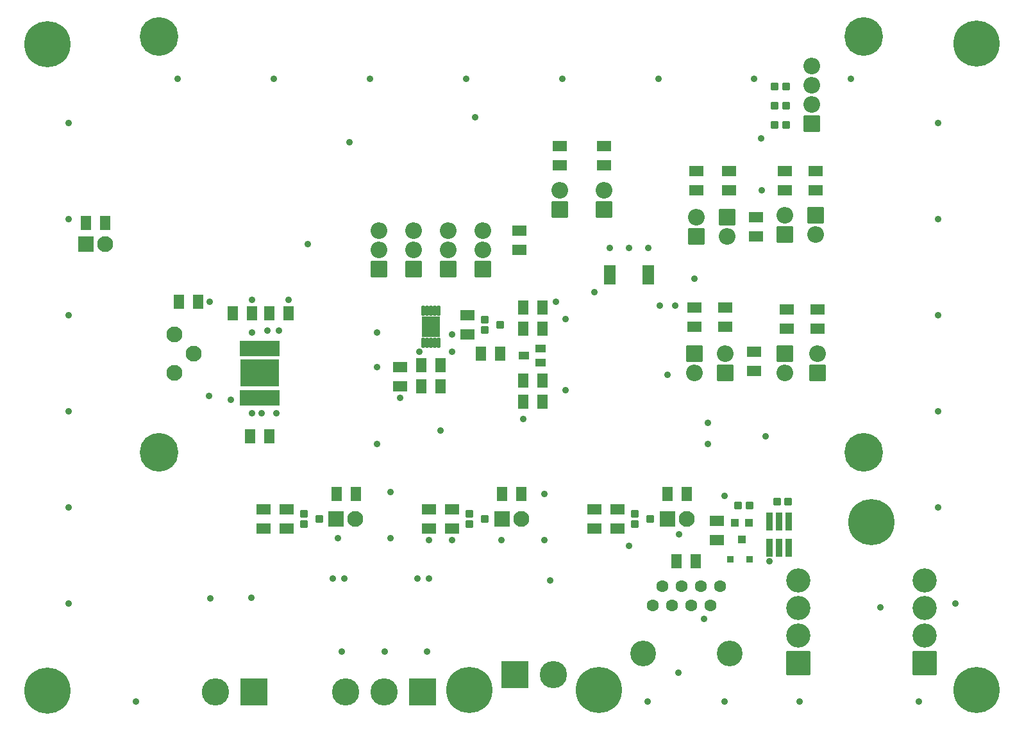
<source format=gts>
G04 #@! TF.GenerationSoftware,KiCad,Pcbnew,7.0.9*
G04 #@! TF.CreationDate,2023-12-23T18:10:07+01:00*
G04 #@! TF.ProjectId,signalization-by-fireplace,7369676e-616c-4697-9a61-74696f6e2d62,v2.0*
G04 #@! TF.SameCoordinates,Original*
G04 #@! TF.FileFunction,Soldermask,Top*
G04 #@! TF.FilePolarity,Negative*
%FSLAX46Y46*%
G04 Gerber Fmt 4.6, Leading zero omitted, Abs format (unit mm)*
G04 Created by KiCad (PCBNEW 7.0.9) date 2023-12-23 18:10:07*
%MOMM*%
%LPD*%
G01*
G04 APERTURE LIST*
G04 Aperture macros list*
%AMRoundRect*
0 Rectangle with rounded corners*
0 $1 Rounding radius*
0 $2 $3 $4 $5 $6 $7 $8 $9 X,Y pos of 4 corners*
0 Add a 4 corners polygon primitive as box body*
4,1,4,$2,$3,$4,$5,$6,$7,$8,$9,$2,$3,0*
0 Add four circle primitives for the rounded corners*
1,1,$1+$1,$2,$3*
1,1,$1+$1,$4,$5*
1,1,$1+$1,$6,$7*
1,1,$1+$1,$8,$9*
0 Add four rect primitives between the rounded corners*
20,1,$1+$1,$2,$3,$4,$5,0*
20,1,$1+$1,$4,$5,$6,$7,0*
20,1,$1+$1,$6,$7,$8,$9,0*
20,1,$1+$1,$8,$9,$2,$3,0*%
%AMFreePoly0*
4,1,13,0.685355,0.935355,0.700000,0.900000,0.700000,-0.900000,0.685355,-0.935355,0.650000,-0.950000,-0.650000,-0.950000,-0.685355,-0.935355,-0.700000,-0.900000,-0.700000,0.900000,-0.685355,0.935355,-0.650000,0.950000,0.650000,0.950000,0.685355,0.935355,0.685355,0.935355,$1*%
G04 Aperture macros list end*
%ADD10RoundRect,0.050000X0.175000X-0.600000X0.175000X0.600000X-0.175000X0.600000X-0.175000X-0.600000X0*%
%ADD11RoundRect,0.050000X1.150000X-1.300000X1.150000X1.300000X-1.150000X1.300000X-1.150000X-1.300000X0*%
%ADD12C,6.100000*%
%ADD13RoundRect,0.050000X1.050000X1.050000X-1.050000X1.050000X-1.050000X-1.050000X1.050000X-1.050000X0*%
%ADD14O,2.200000X2.200000*%
%ADD15RoundRect,0.050000X-1.050000X-1.050000X1.050000X-1.050000X1.050000X1.050000X-1.050000X1.050000X0*%
%ADD16RoundRect,0.050000X-0.750000X-0.175000X0.750000X-0.175000X0.750000X0.175000X-0.750000X0.175000X0*%
%ADD17C,5.100000*%
%ADD18FreePoly0,0.000000*%
%ADD19FreePoly0,90.000000*%
%ADD20FreePoly0,180.000000*%
%ADD21RoundRect,0.050000X-1.750000X-1.750000X1.750000X-1.750000X1.750000X1.750000X-1.750000X1.750000X0*%
%ADD22C,3.600000*%
%ADD23O,3.600000X3.600000*%
%ADD24RoundRect,0.050000X-0.450000X0.450000X-0.450000X-0.450000X0.450000X-0.450000X0.450000X0.450000X0*%
%ADD25FreePoly0,270.000000*%
%ADD26RoundRect,0.050000X0.650000X0.500000X-0.650000X0.500000X-0.650000X-0.500000X0.650000X-0.500000X0*%
%ADD27RoundRect,0.050000X0.250000X-1.000000X0.250000X1.000000X-0.250000X1.000000X-0.250000X-1.000000X0*%
%ADD28RoundRect,0.050000X2.500000X-1.700000X2.500000X1.700000X-2.500000X1.700000X-2.500000X-1.700000X0*%
%ADD29C,3.400000*%
%ADD30C,1.600000*%
%ADD31RoundRect,0.050000X0.450000X0.450000X-0.450000X0.450000X-0.450000X-0.450000X0.450000X-0.450000X0*%
%ADD32RoundRect,0.050000X-0.400000X1.100000X-0.400000X-1.100000X0.400000X-1.100000X0.400000X1.100000X0*%
%ADD33RoundRect,0.050000X1.550000X1.550000X-1.550000X1.550000X-1.550000X-1.550000X1.550000X-1.550000X0*%
%ADD34O,3.200000X3.200000*%
%ADD35RoundRect,0.050000X-0.400000X-0.400000X0.400000X-0.400000X0.400000X0.400000X-0.400000X0.400000X0*%
%ADD36RoundRect,0.050000X-0.450000X-0.450000X0.450000X-0.450000X0.450000X0.450000X-0.450000X0.450000X0*%
%ADD37RoundRect,0.050000X-0.500000X0.500000X-0.500000X-0.500000X0.500000X-0.500000X0.500000X0.500000X0*%
%ADD38C,2.100000*%
%ADD39RoundRect,0.050000X-1.000000X-1.000000X1.000000X-1.000000X1.000000X1.000000X-1.000000X1.000000X0*%
%ADD40C,0.900000*%
G04 APERTURE END LIST*
D10*
X135714740Y-92135960D03*
X136215500Y-92135960D03*
X136715500Y-92135960D03*
X137215500Y-92135960D03*
X137715500Y-92135960D03*
X137715500Y-87950040D03*
X137215500Y-87950040D03*
X136715500Y-87950040D03*
X136215500Y-87950040D03*
X135715500Y-87950040D03*
D11*
X136715500Y-90043000D03*
D12*
X208788000Y-138049000D03*
X208788000Y-52642441D03*
X141837500Y-138049000D03*
X158897500Y-138049000D03*
X86106000Y-52675428D03*
X86106000Y-138102922D03*
X194898000Y-115871000D03*
D13*
X159575500Y-74549000D03*
D14*
X159575500Y-72009000D03*
D13*
X187769500Y-96139000D03*
D14*
X187769500Y-93599000D03*
D15*
X183451500Y-93599000D03*
D14*
X183451500Y-96139000D03*
D13*
X175577500Y-96139000D03*
D14*
X175577500Y-93599000D03*
D15*
X171513500Y-93599000D03*
D14*
X171513500Y-96139000D03*
D13*
X171767500Y-78105000D03*
D14*
X171767500Y-75565000D03*
D15*
X175831500Y-75565000D03*
D14*
X175831500Y-78105000D03*
D13*
X183451500Y-77851000D03*
D14*
X183451500Y-75311000D03*
D15*
X187515500Y-75311000D03*
D14*
X187515500Y-77851000D03*
D13*
X153733500Y-74549000D03*
D14*
X153733500Y-72009000D03*
D15*
X187012700Y-63228740D03*
D14*
X187012700Y-60688740D03*
X187012700Y-58148740D03*
X187012700Y-55608740D03*
D16*
X160337500Y-82185000D03*
X160337500Y-82685000D03*
X160337500Y-83185000D03*
X160337500Y-83685000D03*
X160337500Y-84185000D03*
X165417500Y-84185000D03*
X165417500Y-83685000D03*
X165417500Y-83185000D03*
X165417500Y-82685000D03*
X165417500Y-82185000D03*
D17*
X193905500Y-106649000D03*
X100861500Y-106649000D03*
X100861500Y-51649000D03*
X193905500Y-51649000D03*
D18*
X148907500Y-99949000D03*
X151447500Y-99949000D03*
X148907500Y-97155000D03*
X151447500Y-97155000D03*
D19*
X132651500Y-97917000D03*
X132651500Y-95377000D03*
D18*
X135445500Y-95123000D03*
X137985500Y-95123000D03*
D20*
X137985500Y-97917000D03*
X135445500Y-97917000D03*
D18*
X148907500Y-90297000D03*
X151447500Y-90297000D03*
X148907500Y-87503000D03*
X151447500Y-87503000D03*
X112839500Y-104521000D03*
X115379500Y-104521000D03*
X115379500Y-88265000D03*
X117919500Y-88265000D03*
X110553500Y-88265000D03*
X113093500Y-88265000D03*
D21*
X135667500Y-138303000D03*
D22*
X130587500Y-138303000D03*
X125507500Y-138303000D03*
D21*
X147797500Y-136017000D03*
D22*
X152877500Y-136017000D03*
D21*
X113377500Y-138303000D03*
D23*
X108297500Y-138303000D03*
D13*
X143573500Y-82423000D03*
D14*
X143573500Y-79883000D03*
X143573500Y-77343000D03*
D13*
X139001500Y-82423000D03*
D14*
X139001500Y-79883000D03*
X139001500Y-77343000D03*
D13*
X134429500Y-82423000D03*
D14*
X134429500Y-79883000D03*
X134429500Y-77343000D03*
D13*
X129857500Y-82423000D03*
D14*
X129857500Y-79883000D03*
X129857500Y-77343000D03*
D24*
X119967500Y-114793000D03*
X119967500Y-116093000D03*
X121967500Y-115443000D03*
X141811500Y-114793000D03*
X141811500Y-116093000D03*
X143811500Y-115443000D03*
X163655500Y-114793000D03*
X163655500Y-116093000D03*
X165655500Y-115443000D03*
X143843500Y-89139000D03*
X143843500Y-90439000D03*
X145843500Y-89789000D03*
D25*
X159575500Y-66167000D03*
X159575500Y-68707000D03*
X117665500Y-114173000D03*
X117665500Y-116713000D03*
D18*
X124269500Y-112141000D03*
X126809500Y-112141000D03*
D25*
X187769500Y-87757000D03*
X187769500Y-90297000D03*
X183705500Y-87757000D03*
X183705500Y-90297000D03*
X179387500Y-93345000D03*
X179387500Y-95885000D03*
D19*
X175577500Y-90043000D03*
X175577500Y-87503000D03*
D25*
X139509500Y-114173000D03*
X139509500Y-116713000D03*
D18*
X146113500Y-112141000D03*
X148653500Y-112141000D03*
D25*
X176085500Y-69469000D03*
X176085500Y-72009000D03*
X171767500Y-69469000D03*
X171767500Y-72009000D03*
X179641500Y-75565000D03*
X179641500Y-78105000D03*
D19*
X187515500Y-72009000D03*
X187515500Y-69469000D03*
D25*
X183451500Y-69469000D03*
X183451500Y-72009000D03*
X161353500Y-114173000D03*
X161353500Y-116713000D03*
D18*
X167957500Y-112141000D03*
X170497500Y-112141000D03*
D19*
X148399500Y-79883000D03*
X148399500Y-77343000D03*
D25*
X141541500Y-88519000D03*
X141541500Y-91059000D03*
D20*
X105981500Y-86741000D03*
X103441500Y-86741000D03*
X145859500Y-93599000D03*
X143319500Y-93599000D03*
D18*
X91186000Y-76327000D03*
X93726000Y-76327000D03*
D26*
X151177500Y-94803000D03*
X151177500Y-92903000D03*
X148977500Y-93853000D03*
D27*
X111834500Y-99389000D03*
X112484500Y-99389000D03*
X113134500Y-99389000D03*
X113784500Y-99389000D03*
X114434500Y-99389000D03*
X115084500Y-99389000D03*
X115734500Y-99389000D03*
X116384500Y-99389000D03*
X116384500Y-92889000D03*
X115734500Y-92889000D03*
X115084500Y-92889000D03*
X114434500Y-92889000D03*
X113784500Y-92889000D03*
X113134500Y-92889000D03*
X112484500Y-92889000D03*
X111834500Y-92889000D03*
D28*
X114109500Y-96139000D03*
D25*
X171513500Y-87503000D03*
X171513500Y-90043000D03*
X114617500Y-114173000D03*
X114617500Y-116713000D03*
X136461500Y-114173000D03*
X136461500Y-116713000D03*
X158305500Y-114173000D03*
X158305500Y-116713000D03*
D29*
X164781500Y-133223000D03*
X176213500Y-133223000D03*
D30*
X166053500Y-126873000D03*
X167323500Y-124333000D03*
X168593500Y-126873000D03*
X169863500Y-124333000D03*
X171133500Y-126873000D03*
X172403500Y-124333000D03*
X173673500Y-126873000D03*
X174943500Y-124333000D03*
D31*
X183922500Y-113157000D03*
X182472500Y-113157000D03*
D32*
X183959500Y-115747800D03*
X182689500Y-115747800D03*
X181419500Y-115747800D03*
X181419500Y-119202200D03*
X182689500Y-119202200D03*
X183959500Y-119202200D03*
D25*
X153733500Y-66167000D03*
X153733500Y-68707000D03*
D33*
X201930000Y-134493000D03*
D34*
X201930000Y-130853000D03*
X201930000Y-127213000D03*
X201930000Y-123573000D03*
D33*
X185229500Y-134493000D03*
D34*
X185229500Y-130853000D03*
X185229500Y-127213000D03*
X185229500Y-123573000D03*
D35*
X178816000Y-120777000D03*
X176276000Y-120777000D03*
D36*
X177329000Y-113665000D03*
X178779000Y-113665000D03*
D37*
X178750000Y-115967000D03*
X176850000Y-115967000D03*
X177800000Y-118167000D03*
D18*
X169164000Y-121031000D03*
X171704000Y-121031000D03*
D25*
X174498000Y-115697000D03*
X174498000Y-118237000D03*
D31*
X183605000Y-60833000D03*
X182155000Y-60833000D03*
X183605000Y-63373000D03*
X182155000Y-63373000D03*
D38*
X102870000Y-96139000D03*
X105422700Y-93599000D03*
X102870000Y-91059000D03*
D31*
X183605000Y-58293000D03*
X182155000Y-58293000D03*
D39*
X124225500Y-115443000D03*
D38*
X126765500Y-115443000D03*
D39*
X167957500Y-115443000D03*
D38*
X170497500Y-115443000D03*
D39*
X146091500Y-115443000D03*
D38*
X148631500Y-115443000D03*
D39*
X91186000Y-79121000D03*
D38*
X93726000Y-79121000D03*
D40*
X124968000Y-132969000D03*
X130619500Y-132969000D03*
X136207500Y-132969000D03*
X136461500Y-123317000D03*
X134937500Y-123317000D03*
X125285500Y-123317000D03*
X123761500Y-123317000D03*
X113030000Y-125857000D03*
X107594837Y-125895037D03*
X175514000Y-112395000D03*
X169481500Y-117475000D03*
X162877500Y-118999000D03*
X181419500Y-121031000D03*
X167957500Y-96393000D03*
X142557500Y-62357000D03*
X125984000Y-65659000D03*
X158305500Y-85471000D03*
X107442000Y-99187000D03*
X110299500Y-99695000D03*
X113093500Y-101473000D03*
X114363500Y-101473000D03*
X116332000Y-101473000D03*
X113093500Y-90805000D03*
X115125500Y-90551000D03*
X116649500Y-90551000D03*
X117919500Y-86487000D03*
X113093500Y-86487000D03*
X107505500Y-86741000D03*
X120459500Y-79121000D03*
X139509500Y-91059000D03*
X139509500Y-93345000D03*
X135191500Y-93345000D03*
X129603500Y-90805000D03*
X129603500Y-95377000D03*
X132651500Y-99441000D03*
X153225500Y-86741000D03*
X154495500Y-89027000D03*
X154495500Y-98425000D03*
X160337500Y-79629000D03*
X162877500Y-79629000D03*
X165417500Y-79629000D03*
X171513500Y-83693000D03*
X168973500Y-87249000D03*
X166941500Y-87249000D03*
X180911500Y-104521000D03*
X173291500Y-102743000D03*
X173291500Y-105537000D03*
X148907500Y-102235000D03*
X137985500Y-103759000D03*
X129603500Y-105537000D03*
X124460000Y-117983000D03*
X131381500Y-111887000D03*
X131381500Y-117983000D03*
X136461500Y-118237000D03*
X139509500Y-118237000D03*
X151701500Y-112141000D03*
X146050000Y-118237000D03*
X151701500Y-118237000D03*
X152463500Y-123571000D03*
X180403500Y-72009000D03*
X180340000Y-65151000D03*
X179387500Y-57277000D03*
X192151000Y-57277000D03*
X203708000Y-63119000D03*
X203708000Y-75819000D03*
X203708000Y-88519000D03*
X203708000Y-101219000D03*
X203708000Y-113919000D03*
X205994000Y-126619000D03*
X196088000Y-127127000D03*
X172783500Y-128651000D03*
X169418000Y-135763000D03*
X201168000Y-139573000D03*
X185420000Y-139573000D03*
X175514000Y-139573000D03*
X165354000Y-139573000D03*
X166751000Y-57277000D03*
X154051000Y-57277000D03*
X141351000Y-57277000D03*
X128651000Y-57277000D03*
X115951000Y-57277000D03*
X103251000Y-57277000D03*
X97790000Y-139573000D03*
X88900000Y-126619000D03*
X88900000Y-113919000D03*
X88900000Y-101219000D03*
X88900000Y-88519000D03*
X88900000Y-75819000D03*
X88900000Y-63119000D03*
M02*

</source>
